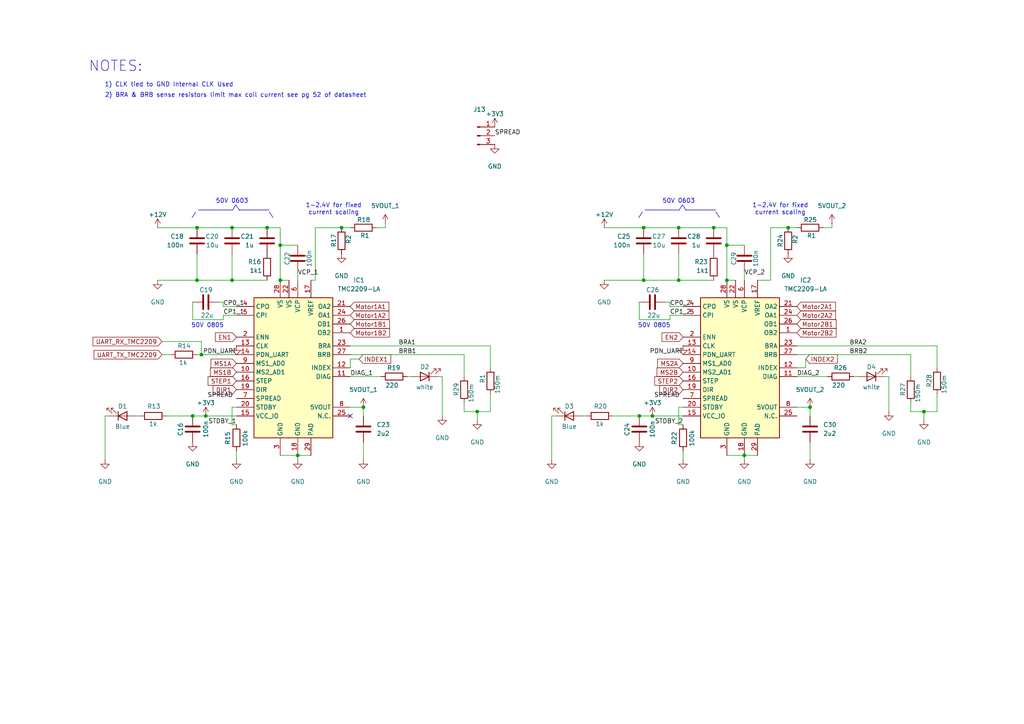
<source format=kicad_sch>
(kicad_sch (version 20231120) (generator "eeschema") (generator_version "8.0")
  (paper "A4")
  (lib_symbols
    (symbol "+12V_1" (power) (pin_numbers hide) (pin_names (offset 0) hide)
      (property "Value" "+12V" (at 0 3.556 0))
      (symbol "+12V_1_0_1"
        (polyline (pts (xy -0.762 1.27) (xy 0 2.54)))
        (polyline (pts (xy 0 0) (xy 0 2.54)))
        (polyline (pts (xy 0 2.54) (xy 0.762 1.27)))
      )
      (symbol "+12V_1_1_1"
        (pin power_in line (at 0 0 90) (length 0) (name "~") (number "1"))
      )
    )
    (symbol "+3V3_3" (power) (pin_numbers hide) (pin_names (offset 0) hide)
      (property "Value" "+3V3" (at 0 3.556 0))
      (symbol "+3V3_3_0_1"
        (polyline (pts (xy -0.762 1.27) (xy 0 2.54)))
        (polyline (pts (xy 0 0) (xy 0 2.54)))
        (polyline (pts (xy 0 2.54) (xy 0.762 1.27)))
      )
      (symbol "+3V3_3_1_1"
        (pin power_in line (at 0 0 90) (length 0) (name "~") (number "1"))
      )
    )
    (symbol "Connector:Conn_01x03_Pin" (pin_names (offset 1.016) hide)
      (property "Reference" "J" (at 0 5.08 0))
      (property "Value" "Conn_01x03_Pin" (at 0 -5.08 0))
      (symbol "Conn_01x03_Pin_1_1"
        (polyline (pts (xy 1.27 -2.54) (xy 0.8636 -2.54)) (stroke (width 0.1524)))
        (polyline (pts (xy 1.27 0) (xy 0.8636 0)) (stroke (width 0.1524)))
        (polyline (pts (xy 1.27 2.54) (xy 0.8636 2.54)) (stroke (width 0.1524)))
        (rectangle (start 0.8636 -2.413) (end 0 -2.667) (stroke (width 0.1524)) (fill (type outline)))
        (rectangle (start 0.8636 0.127) (end 0 -0.127) (stroke (width 0.1524)) (fill (type outline)))
        (rectangle (start 0.8636 2.667) (end 0 2.413) (stroke (width 0.1524)) (fill (type outline)))
        (pin passive line (at 5.08 2.54 180) (length 3.81) (name "Pin_1") (number "1"))
        (pin passive line (at 5.08 0 180) (length 3.81) (name "Pin_2") (number "2"))
        (pin passive line (at 5.08 -2.54 180) (length 3.81) (name "Pin_3") (number "3"))
      )
    )
    (symbol "Device:C" (pin_numbers hide) (pin_names (offset 0.254))
      (property "Reference" "C" (at 0.635 2.54 0))
      (property "Value" "C" (at 0.635 -2.54 0))
      (symbol "C_0_1"
        (polyline (pts (xy -2.032 -0.762) (xy 2.032 -0.762)) (stroke (width 0.508)))
        (polyline (pts (xy -2.032 0.762) (xy 2.032 0.762)) (stroke (width 0.508)))
      )
      (symbol "C_1_1"
        (pin passive line (at 0 3.81 270) (length 2.794) (name "~") (number "1"))
        (pin passive line (at 0 -3.81 90) (length 2.794) (name "~") (number "2"))
      )
    )
    (symbol "Device:LED" (pin_numbers hide) (pin_names (offset 1.016) hide)
      (property "Reference" "D" (at 0 2.54 0))
      (property "Value" "LED" (at 0 -2.54 0))
      (symbol "LED_0_1"
        (polyline (pts (xy -1.27 -1.27) (xy -1.27 1.27)) (stroke (width 0.254)))
        (polyline (pts (xy -1.27 0) (xy 1.27 0)))
        (polyline (pts (xy 1.27 -1.27) (xy 1.27 1.27) (xy -1.27 0) (xy 1.27 -1.27)) (stroke (width 0.254)))
        (polyline (pts (xy -3.048 -0.762) (xy -4.572 -2.286) (xy -3.81 -2.286) (xy -4.572 -2.286) (xy -4.572 -1.524)))
        (polyline (pts (xy -1.778 -0.762) (xy -3.302 -2.286) (xy -2.54 -2.286) (xy -3.302 -2.286) (xy -3.302 -1.524)))
      )
      (symbol "LED_1_1"
        (pin passive line (at -3.81 0 0) (length 2.54) (name "K") (number "1"))
        (pin passive line (at 3.81 0 180) (length 2.54) (name "A") (number "2"))
      )
    )
    (symbol "Device:R" (pin_numbers hide) (pin_names (offset 0))
      (property "Reference" "R" (at 2.032 0 90))
      (property "Value" "R" (at 0 0 90))
      (symbol "R_0_1"
        (rectangle (start -1.016 -2.54) (end 1.016 2.54) (stroke (width 0.254)))
      )
      (symbol "R_1_1"
        (pin passive line (at 0 3.81 270) (length 1.27) (name "~") (number "1"))
        (pin passive line (at 0 -3.81 90) (length 1.27) (name "~") (number "2"))
      )
    )
    (symbol "GND_10" (power) (pin_numbers hide) (pin_names (offset 0) hide)
      (property "Value" "GND" (at 0 -3.81 0))
      (symbol "GND_10_0_1"
        (polyline (pts (xy 0 0) (xy 0 -1.27) (xy 1.27 -1.27) (xy 0 -2.54) (xy -1.27 -1.27) (xy 0 -1.27)))
      )
      (symbol "GND_10_1_1"
        (pin power_in line (at 0 0 270) (length 0) (name "~") (number "1"))
      )
    )
    (symbol "GND_11" (power) (pin_numbers hide) (pin_names (offset 0) hide)
      (property "Value" "GND" (at 0 -3.81 0))
      (symbol "GND_11_0_1"
        (polyline (pts (xy 0 0) (xy 0 -1.27) (xy 1.27 -1.27) (xy 0 -2.54) (xy -1.27 -1.27) (xy 0 -1.27)))
      )
      (symbol "GND_11_1_1"
        (pin power_in line (at 0 0 270) (length 0) (name "~") (number "1"))
      )
    )
    (symbol "GND_12" (power) (pin_numbers hide) (pin_names (offset 0) hide)
      (property "Value" "GND" (at 0 -3.81 0))
      (symbol "GND_12_0_1"
        (polyline (pts (xy 0 0) (xy 0 -1.27) (xy 1.27 -1.27) (xy 0 -2.54) (xy -1.27 -1.27) (xy 0 -1.27)))
      )
      (symbol "GND_12_1_1"
        (pin power_in line (at 0 0 270) (length 0) (name "~") (number "1"))
      )
    )
    (symbol "GND_9" (power) (pin_numbers hide) (pin_names (offset 0) hide)
      (property "Value" "GND" (at 0 -3.81 0))
      (symbol "GND_9_0_1"
        (polyline (pts (xy 0 0) (xy 0 -1.27) (xy 1.27 -1.27) (xy 0 -2.54) (xy -1.27 -1.27) (xy 0 -1.27)))
      )
      (symbol "GND_9_1_1"
        (pin power_in line (at 0 0 270) (length 0) (name "~") (number "1"))
      )
    )
    (symbol "TMC2209-LA:TMC2209-LA"
      (property "Reference" "IC1" (at 35.56 15.24 0))
      (property "Value" "TMC2209-LA" (at 35.56 12.7 0))
      (symbol "TMC2209-LA_1_1"
        (rectangle (start 5.08 10.16) (end 27.94 -30.48) (stroke (width 0.254)) (fill (type background)))
        (pin passive line (at 33.02 0 180) (length 5.08) (name "OB2") (number "1"))
        (pin passive line (at 0 -11.43 0) (length 5.08) (name "MS2_AD1") (number "10"))
        (pin passive line (at 33.02 -12.7 180) (length 5.08) (name "DIAG") (number "11"))
        (pin passive line (at 33.02 -10.16 180) (length 5.08) (name "INDEX") (number "12"))
        (pin passive line (at 0 -3.81 0) (length 5.08) (name "CLK") (number "13"))
        (pin passive line (at 0 -6.35 0) (length 5.08) (name "PDN_UART") (number "14"))
        (pin passive line (at 0 -24.13 0) (length 5.08) (name "VCC_IO") (number "15"))
        (pin passive line (at 0 -13.97 0) (length 5.08) (name "STEP") (number "16"))
        (pin passive line (at 21.59 15.24 270) (length 5.08) (name "VREF") (number "17"))
        (pin passive line (at 17.78 -35.56 90) (length 5.08) (name "GND") (number "18"))
        (pin passive line (at 0 -16.51 0) (length 5.08) (name "DIR") (number "19"))
        (pin passive line (at 0 -1.27 0) (length 5.08) (name "ENN") (number "2"))
        (pin passive line (at 0 -21.59 0) (length 5.08) (name "STDBY") (number "20"))
        (pin passive line (at 33.02 7.62 180) (length 5.08) (name "OA2") (number "21"))
        (pin passive line (at 15.24 15.24 270) (length 5.08) (name "VS") (number "22"))
        (pin passive line (at 33.02 -3.81 180) (length 5.08) (name "BRA") (number "23"))
        (pin passive line (at 33.02 5.08 180) (length 5.08) (name "OA1") (number "24"))
        (pin passive line (at 33.02 -24.13 180) (length 5.08) (name "N.C.") (number "25"))
        (pin passive line (at 33.02 2.54 180) (length 5.08) (name "OB1") (number "26"))
        (pin passive line (at 33.02 -6.35 180) (length 5.08) (name "BRB") (number "27"))
        (pin passive line (at 12.7 15.24 270) (length 5.08) (name "VS") (number "28"))
        (pin passive line (at 21.59 -35.56 90) (length 5.08) (name "PAD") (number "29"))
        (pin passive line (at 12.7 -35.56 90) (length 5.08) (name "GND") (number "3"))
        (pin passive line (at 0 7.62 0) (length 5.08) (name "CPO") (number "4"))
        (pin passive line (at 0 5.08 0) (length 5.08) (name "CPI") (number "5"))
        (pin passive line (at 17.78 15.24 270) (length 5.08) (name "VCP") (number "6"))
        (pin passive line (at 0 -19.05 0) (length 5.08) (name "SPREAD") (number "7"))
        (pin passive line (at 33.02 -21.59 180) (length 5.08) (name "5VOUT") (number "8"))
        (pin passive line (at 0 -8.89 0) (length 5.08) (name "MS1_AD0") (number "9"))
      )
    )
  )
  (junction (at 55.88 120.65))
  (junction (at 189.23 120.65))
  (junction (at 196.85 66.04))
  (junction (at 186.69 81.28))
  (junction (at 228.6 66.04))
  (junction (at 86.36 132.08))
  (junction (at 207.01 66.04))
  (junction (at 81.28 71.12))
  (junction (at 185.42 120.65))
  (junction (at 99.06 66.04))
  (junction (at 105.41 118.11))
  (junction (at 196.85 81.28))
  (junction (at 186.69 66.04))
  (junction (at 81.28 81.28))
  (junction (at 267.97 119.38))
  (junction (at 210.82 71.12))
  (junction (at 138.43 119.38))
  (junction (at 67.31 66.04))
  (junction (at 234.95 118.11))
  (junction (at 210.82 81.28))
  (junction (at 57.15 66.04))
  (junction (at 77.47 66.04))
  (junction (at 215.9 132.08))
  (junction (at 67.31 81.28))
  (junction (at 59.69 120.65))
  (junction (at 58.42 102.87))
  (junction (at 57.15 81.28))
  (no_connect (at 101.6 120.65))
  (wire (pts (xy 228.6 66.04) (xy 231.14 66.04)))
  (wire (pts (xy 215.9 132.08) (xy 219.71 132.08)))
  (wire (pts (xy 101.6 109.22) (xy 110.49 109.22)))
  (wire (pts (xy 64.77 87.63) (xy 64.77 88.9)))
  (wire (pts (xy 194.31 87.63) (xy 194.31 88.9)))
  (wire (pts (xy 223.52 66.04) (xy 228.6 66.04)))
  (wire (pts (xy 91.44 81.28) (xy 90.17 81.28)))
  (wire (pts (xy 59.69 120.65) (xy 68.58 120.65)))
  (wire (pts (xy 234.95 128.27) (xy 234.95 133.35)))
  (wire (pts (xy 101.6 102.87) (xy 134.62 102.87)))
  (wire (pts (xy 271.78 100.33) (xy 271.78 106.68)))
  (wire (pts (xy 247.65 109.22) (xy 248.92 109.22)))
  (wire (pts (xy 67.31 66.04) (xy 77.47 66.04)))
  (wire (pts (xy 39.37 120.65) (xy 40.64 120.65)))
  (wire (pts (xy 271.78 119.38) (xy 271.78 114.3)))
  (wire (pts (xy 111.76 66.04) (xy 111.76 64.77)))
  (wire (pts (xy 55.88 120.65) (xy 59.69 120.65)))
  (wire (pts (xy 196.85 73.66) (xy 196.85 81.28)))
  (wire (pts (xy 264.16 102.87) (xy 264.16 109.22)))
  (wire (pts (xy 45.72 66.04) (xy 57.15 66.04)))
  (wire (pts (xy 142.24 100.33) (xy 142.24 106.68)))
  (wire (pts (xy 185.42 87.63) (xy 185.42 92.71)))
  (wire (pts (xy 45.72 81.28) (xy 57.15 81.28)))
  (wire (pts (xy 58.42 102.87) (xy 58.42 99.06)))
  (wire (pts (xy 134.62 102.87) (xy 134.62 109.22)))
  (wire (pts (xy 194.31 88.9) (xy 198.12 88.9)))
  (wire (pts (xy 101.6 118.11) (xy 105.41 118.11)))
  (wire (pts (xy 67.31 81.28) (xy 77.47 81.28)))
  (wire (pts (xy 55.88 87.63) (xy 55.88 92.71)))
  (wire (pts (xy 160.02 120.65) (xy 160.02 133.35)))
  (wire (pts (xy 64.77 92.71) (xy 64.77 91.44)))
  (wire (pts (xy 238.76 66.04) (xy 241.3 66.04)))
  (wire (pts (xy 189.23 120.65) (xy 198.12 120.65)))
  (wire (pts (xy 81.28 71.12) (xy 81.28 66.04)))
  (wire (pts (xy 196.85 66.04) (xy 207.01 66.04)))
  (wire (pts (xy 109.22 66.04) (xy 111.76 66.04)))
  (wire (pts (xy 91.44 66.04) (xy 91.44 81.28)))
  (wire (pts (xy 194.31 92.71) (xy 194.31 91.44)))
  (wire (pts (xy 210.82 71.12) (xy 210.82 66.04)))
  (wire (pts (xy 138.43 119.38) (xy 142.24 119.38)))
  (wire (pts (xy 210.82 81.28) (xy 213.36 81.28)))
  (wire (pts (xy 67.31 123.19) (xy 67.31 118.11)))
  (wire (pts (xy 57.15 66.04) (xy 67.31 66.04)))
  (wire (pts (xy 210.82 71.12) (xy 215.9 71.12)))
  (wire (pts (xy 58.42 102.87) (xy 68.58 102.87)))
  (wire (pts (xy 231.14 102.87) (xy 264.16 102.87)))
  (wire (pts (xy 138.43 121.92) (xy 138.43 119.38)))
  (wire (pts (xy 86.36 132.08) (xy 90.17 132.08)))
  (wire (pts (xy 101.6 100.33) (xy 142.24 100.33)))
  (wire (pts (xy 215.9 132.08) (xy 215.9 133.35)))
  (wire (pts (xy 233.68 104.14) (xy 233.68 106.68)))
  (wire (pts (xy 128.27 109.22) (xy 128.27 120.65)))
  (wire (pts (xy 256.54 109.22) (xy 257.81 109.22)))
  (wire (pts (xy 142.24 119.38) (xy 142.24 114.3)))
  (wire (pts (xy 177.8 120.65) (xy 185.42 120.65)))
  (wire (pts (xy 196.85 118.11) (xy 198.12 118.11)))
  (wire (pts (xy 30.48 120.65) (xy 30.48 133.35)))
  (wire (pts (xy 231.14 100.33) (xy 271.78 100.33)))
  (wire (pts (xy 118.11 109.22) (xy 119.38 109.22)))
  (wire (pts (xy 46.99 102.87) (xy 49.53 102.87)))
  (wire (pts (xy 194.31 91.44) (xy 198.12 91.44)))
  (wire (pts (xy 57.15 73.66) (xy 57.15 81.28)))
  (wire (pts (xy 241.3 66.04) (xy 241.3 64.77)))
  (wire (pts (xy 196.85 118.11) (xy 196.85 123.19)))
  (wire (pts (xy 68.58 123.19) (xy 67.31 123.19)))
  (wire (pts (xy 231.14 109.22) (xy 240.03 109.22)))
  (wire (pts (xy 63.5 87.63) (xy 64.77 87.63)))
  (wire (pts (xy 264.16 119.38) (xy 267.97 119.38)))
  (wire (pts (xy 127 109.22) (xy 128.27 109.22)))
  (wire (pts (xy 186.69 73.66) (xy 186.69 81.28)))
  (wire (pts (xy 55.88 92.71) (xy 64.77 92.71)))
  (wire (pts (xy 134.62 116.84) (xy 134.62 119.38)))
  (wire (pts (xy 210.82 71.12) (xy 210.82 81.28)))
  (wire (pts (xy 175.26 81.28) (xy 186.69 81.28)))
  (wire (pts (xy 81.28 132.08) (xy 86.36 132.08)))
  (wire (pts (xy 196.85 123.19) (xy 198.12 123.19)))
  (wire (pts (xy 101.6 104.14) (xy 101.6 106.68)))
  (wire (pts (xy 105.41 128.27) (xy 105.41 133.35)))
  (wire (pts (xy 99.06 66.04) (xy 101.6 66.04)))
  (wire (pts (xy 210.82 66.04) (xy 207.01 66.04)))
  (wire (pts (xy 67.31 118.11) (xy 68.58 118.11)))
  (wire (pts (xy 31.75 120.65) (xy 30.48 120.65)))
  (wire (pts (xy 48.26 120.65) (xy 55.88 120.65)))
  (wire (pts (xy 81.28 81.28) (xy 83.82 81.28)))
  (wire (pts (xy 215.9 81.28) (xy 215.9 78.74)))
  (wire (pts (xy 81.28 66.04) (xy 77.47 66.04)))
  (wire (pts (xy 219.71 81.28) (xy 223.52 81.28)))
  (wire (pts (xy 81.28 71.12) (xy 81.28 81.28)))
  (wire (pts (xy 186.69 81.28) (xy 196.85 81.28)))
  (wire (pts (xy 46.99 99.06) (xy 58.42 99.06)))
  (wire (pts (xy 105.41 120.65) (xy 105.41 118.11)))
  (wire (pts (xy 64.77 88.9) (xy 68.58 88.9)))
  (wire (pts (xy 193.04 87.63) (xy 194.31 87.63)))
  (wire (pts (xy 257.81 109.22) (xy 257.81 119.38)))
  (wire (pts (xy 210.82 132.08) (xy 215.9 132.08)))
  (wire (pts (xy 185.42 120.65) (xy 189.23 120.65)))
  (wire (pts (xy 64.77 91.44) (xy 68.58 91.44)))
  (wire (pts (xy 264.16 116.84) (xy 264.16 119.38)))
  (wire (pts (xy 91.44 66.04) (xy 99.06 66.04)))
  (wire (pts (xy 185.42 92.71) (xy 194.31 92.71)))
  (wire (pts (xy 81.28 71.12) (xy 86.36 71.12)))
  (wire (pts (xy 161.29 120.65) (xy 160.02 120.65)))
  (wire (pts (xy 267.97 119.38) (xy 271.78 119.38)))
  (wire (pts (xy 104.14 104.14) (xy 101.6 104.14)))
  (wire (pts (xy 223.52 66.04) (xy 223.52 81.28)))
  (wire (pts (xy 234.95 120.65) (xy 234.95 118.11)))
  (wire (pts (xy 198.12 130.81) (xy 198.12 133.35)))
  (wire (pts (xy 67.31 73.66) (xy 67.31 81.28)))
  (wire (pts (xy 86.36 81.28) (xy 86.36 78.74)))
  (wire (pts (xy 168.91 120.65) (xy 170.18 120.65)))
  (wire (pts (xy 134.62 119.38) (xy 138.43 119.38)))
  (wire (pts (xy 233.68 106.68) (xy 231.14 106.68)))
  (wire (pts (xy 68.58 130.81) (xy 68.58 133.35)))
  (wire (pts (xy 86.36 132.08) (xy 86.36 133.35)))
  (wire (pts (xy 231.14 118.11) (xy 234.95 118.11)))
  (wire (pts (xy 267.97 121.92) (xy 267.97 119.38)))
  (wire (pts (xy 57.15 81.28) (xy 67.31 81.28)))
  (wire (pts (xy 57.15 102.87) (xy 58.42 102.87)))
  (wire (pts (xy 175.26 66.04) (xy 186.69 66.04)))
  (wire (pts (xy 196.85 81.28) (xy 207.01 81.28)))
  (wire (pts (xy 186.69 66.04) (xy 196.85 66.04)))
  (text "1-2.4V for fixed\ncurrent scaling\n\n" (at 96.774 61.722 0) (effects (font (size 1.27 1.27))))
  (text "2) BRA & BRB sense resistors limit max coil current see pg 52 of datasheet" (at 68.326 27.686 0) (effects (font (size 1.27 1.27))))
  (text "50V 0603\n __________/\\_________\n/                      \\" (at 67.31 60.452 0) (effects (font (size 1.27 1.27))))
  (text "50V 0603\n __________/\\_________\n/                      \\" (at 196.85 60.452 0) (effects (font (size 1.27 1.27))))
  (text "50V 0805\n\n" (at 189.738 95.504 0) (effects (font (size 1.27 1.27))))
  (text "NOTES:" (at 33.528 19.304 0) (effects (font (size 3 3))))
  (text "1) CLK tied to GND Internal CLK Used\n" (at 49.022 24.638 0) (effects (font (size 1.27 1.27))))
  (text "50V 0805\n\n" (at 60.198 95.504 0) (effects (font (size 1.27 1.27))))
  (text "1-2.4V for fixed\ncurrent scaling\n\n" (at 226.314 61.722 0) (effects (font (size 1.27 1.27))))
  (label "BRB2" (at 246.38 102.87 0))
  (label "DIAG_1" (at 101.6 109.22 0))
  (label "CP1_2" (at 194.31 91.44 0))
  (label "PDN_UART" (at 198.12 102.87 180))
  (label "BRB1" (at 115.57 102.87 0))
  (label "VCP_2" (at 215.9 80.01 0))
  (label "STDBY_1" (at 68.58 123.19 180))
  (label "STDBY_2" (at 198.12 123.19 180))
  (label "SPREAD " (at 198.12 115.57 180))
  (label "SPREAD " (at 143.51 39.37 0))
  (label "PDN_UART" (at 68.58 102.87 180))
  (label "BRA1" (at 115.57 100.33 0))
  (label "CP0_2" (at 194.31 88.9 0))
  (label "DIAG_2" (at 231.14 109.22 0))
  (label "VCP_1" (at 86.36 80.01 0))
  (label "CP1_1" (at 64.77 91.44 0))
  (label "CP0_1" (at 64.77 88.9 0))
  (label "SPREAD " (at 68.58 115.57 180))
  (label "BRA2" (at 246.38 100.33 0))
  (global_label "DIR2" (shape input) (at 198.12 113.03 180) (property "Intersheetrefs" "${INTERSHEET_REFS}" (effects (hide yes))))
  (global_label "Motor1B1" (shape input) (at 101.6 93.98 0) (property "Intersheetrefs" "${INTERSHEET_REFS}" (effects (hide yes))))
  (global_label "EN2" (shape input) (at 198.12 97.79 180) (property "Intersheetrefs" "${INTERSHEET_REFS}" (effects (hide yes))))
  (global_label "MS2A" (shape input) (at 198.12 105.41 180) (property "Intersheetrefs" "${INTERSHEET_REFS}" (effects (hide yes))))
  (global_label "Motor1A1" (shape input) (at 101.6 88.9 0) (property "Intersheetrefs" "${INTERSHEET_REFS}" (effects (hide yes))))
  (global_label "UART_TX_TMC2209" (shape input) (at 46.99 102.87 180) (property "Intersheetrefs" "${INTERSHEET_REFS}" (effects (hide yes))))
  (global_label "Motor1B2" (shape input) (at 101.6 96.52 0) (property "Intersheetrefs" "${INTERSHEET_REFS}" (effects (hide yes))))
  (global_label "INDEX1" (shape input) (at 104.14 104.14 0) (property "Intersheetrefs" "${INTERSHEET_REFS}" (effects (hide yes))))
  (global_label "MS1B" (shape input) (at 68.58 107.95 180) (property "Intersheetrefs" "${INTERSHEET_REFS}" (effects (hide yes))))
  (global_label "Motor2B2" (shape input) (at 231.14 96.52 0) (property "Intersheetrefs" "${INTERSHEET_REFS}" (effects (hide yes))))
  (global_label "Motor2A1" (shape input) (at 231.14 88.9 0) (property "Intersheetrefs" "${INTERSHEET_REFS}" (effects (hide yes))))
  (global_label "MS1A" (shape input) (at 68.58 105.41 180) (property "Intersheetrefs" "${INTERSHEET_REFS}" (effects (hide yes))))
  (global_label "STEP2" (shape input) (at 198.12 110.49 180) (property "Intersheetrefs" "${INTERSHEET_REFS}" (effects (hide yes))))
  (global_label "UART_RX_TMC2209" (shape input) (at 46.99 99.06 180) (property "Intersheetrefs" "${INTERSHEET_REFS}" (effects (hide yes))))
  (global_label "Motor1A2" (shape input) (at 101.6 91.44 0) (property "Intersheetrefs" "${INTERSHEET_REFS}" (effects (hide yes))))
  (global_label "STEP1" (shape input) (at 68.58 110.49 180) (property "Intersheetrefs" "${INTERSHEET_REFS}" (effects (hide yes))))
  (global_label "Motor2B1" (shape input) (at 231.14 93.98 0) (property "Intersheetrefs" "${INTERSHEET_REFS}" (effects (hide yes))))
  (global_label "EN1" (shape input) (at 68.58 97.79 180) (property "Intersheetrefs" "${INTERSHEET_REFS}" (effects (hide yes))))
  (global_label "MS2B" (shape input) (at 198.12 107.95 180) (property "Intersheetrefs" "${INTERSHEET_REFS}" (effects (hide yes))))
  (global_label "Motor2A2" (shape input) (at 231.14 91.44 0) (property "Intersheetrefs" "${INTERSHEET_REFS}" (effects (hide yes))))
  (global_label "DIR1" (shape input) (at 68.58 113.03 180) (property "Intersheetrefs" "${INTERSHEET_REFS}" (effects (hide yes))))
  (global_label "INDEX2" (shape input) (at 233.68 104.14 0) (property "Intersheetrefs" "${INTERSHEET_REFS}" (effects (hide yes))))
  (symbol (lib_id "Device:C") (at 207.01 69.85 0) (mirror y) (unit 1)
    (property "Reference" "C28" (at 203.2 68.5799 0) (effects (justify left)))
    (property "Value" "1u" (at 203.2 71.1199 0) (effects (justify left)))
    (property "Footprint" "Capacitor_SMD:C_0603_1608Metric" (effects (hide yes)))
    (property "Description" "50V" (effects (hide yes)))
  )
  (symbol (lib_name "+3V3_3") (lib_id "power:+3V3") (at 241.3 64.77 0) (unit 1)
    (property "Reference" "#PWR085" (effects (hide yes)))
    (property "Value" "5VOUT_2" (at 241.3 59.69 0))
    (property "Description" "Power symbol creates a global label with name \"+3V3\"" (effects (hide yes)))
  )
  (symbol (lib_id "Device:LED") (at 35.56 120.65 0) (mirror x) (unit 1)
    (property "Reference" "D1" (at 35.56 117.856 0))
    (property "Value" "Blue" (at 35.56 123.698 0))
    (property "Footprint" "LED_SMD:LED_0603_1608Metric" (effects (hide yes)))
    (property "Description" "Light emitting diode" (effects (hide yes)))
  )
  (symbol (lib_name "GND_9") (lib_id "power:GND") (at 45.72 81.28 0) (unit 1)
    (property "Reference" "#PWR065" (effects (hide yes)))
    (property "Value" "GND" (at 45.72 87.63 0))
    (property "Description" "Power symbol creates a global label with name \"GND\" , ground" (effects (hide yes)))
  )
  (symbol (lib_id "Device:C") (at 185.42 124.46 0) (mirror y) (unit 1)
    (property "Reference" "C24" (at 181.864 126.492 90) (effects (justify left)))
    (property "Value" "100n" (at 189.23 127 90) (effects (justify left)))
    (property "Footprint" "Capacitor_SMD:C_0603_1608Metric" (effects (hide yes)))
    (property "Description" "50V" (effects (hide yes)))
  )
  (symbol (lib_name "GND_12") (lib_id "power:GND") (at 128.27 120.65 0) (unit 1)
    (property "Reference" "#PWR074" (effects (hide yes)))
    (property "Value" "GND" (at 128.27 127 0))
    (property "Description" "Power symbol creates a global label with name \"GND\" , ground" (effects (hide yes)))
  )
  (symbol (lib_name "GND_11") (lib_id "power:GND") (at 185.42 128.27 0) (unit 1)
    (property "Reference" "#PWR078" (effects (hide yes)))
    (property "Value" "GND" (at 185.42 134.62 0))
    (property "Description" "Power symbol creates a global label with name \"GND\" , ground" (effects (hide yes)))
  )
  (symbol (lib_id "TMC2209-LA:TMC2209-LA") (at 68.58 96.52 0) (unit 1)
    (property "Reference" "IC1" (at 104.14 81.28 0))
    (property "Value" "TMC2209-LA" (at 104.14 83.82 0))
    (property "Footprint" "TMC2209-LA:QFN50P500X500X90-29N" (effects (hide yes)))
    (property "Datasheet" "https://www.analog.com/media/en/technical-documentation/data-sheets/TMC2209_datasheet_rev1.09.pdf" (effects (hide yes)))
    (property "Description" "Silent stepper motor driver 5 to 36V, up to 1.4A with S/D and UART Interface, 256 Steps, SpreadCycle and Stealthchop2" (effects (hide yes)))
    (property "Height" "0.9" (effects (hide yes)))
    (property "Manufacturer_Name" "Analog Devices" (effects (hide yes)))
    (property "Manufacturer_Part_Number" "TMC2209-LA" (effects (hide yes)))
    (property "Mouser Part Number" "700-TMC2209-LA" (effects (hide yes)))
    (property "Mouser Price/Stock" "https://www.mouser.co.uk/ProductDetail/ADI-Trinamic/TMC2209-LA?qs=TiOZkKH1s2QqRRreEQH08w%3D%3D" (effects (hide yes)))
    (property "Arrow Part Number" "TMC2209-LA" (effects (hide yes)))
    (property "Arrow Price/Stock" "null?region=asia" (effects (hide yes)))
  )
  (symbol (lib_name "GND_10") (lib_id "power:GND") (at 228.6 73.66 0) (unit 1)
    (property "Reference" "#PWR082" (effects (hide yes)))
    (property "Value" "GND" (at 228.6 80.01 0))
    (property "Description" "Power symbol creates a global label with name \"GND\" , ground" (effects (hide yes)))
  )
  (symbol (lib_id "Device:R") (at 243.84 109.22 270) (unit 1)
    (property "Reference" "R26" (at 241.808 106.68 90) (effects (justify left)))
    (property "Value" "220" (at 241.3 111.76 90) (effects (justify left)))
    (property "Footprint" "Resistor_SMD:R_0603_1608Metric" (effects (hide yes)))
    (property "Description" "Resistor" (effects (hide yes)))
  )
  (symbol (lib_id "Device:R") (at 207.01 77.47 0) (unit 1)
    (property "Reference" "R23" (at 201.422 75.946 0) (effects (justify left)))
    (property "Value" "1k1" (at 201.93 78.486 0) (effects (justify left)))
    (property "Footprint" "Resistor_SMD:R_0603_1608Metric" (effects (hide yes)))
    (property "Description" "Resistor" (effects (hide yes)))
  )
  (symbol (lib_id "Device:R") (at 264.16 113.03 0) (mirror x) (unit 1)
    (property "Reference" "R27" (at 261.874 110.998 90) (effects (justify left)))
    (property "Value" "150m" (at 266.192 111.252 90) (effects (justify left)))
    (property "Footprint" "Resistor_SMD:R_1206_3216Metric" (effects (hide yes)))
    (property "Description" "Resistor" (effects (hide yes)))
  )
  (symbol (lib_id "Connector:Conn_01x03_Pin") (at 138.43 39.37 0) (unit 1)
    (property "Reference" "J13" (at 139.065 31.75 0))
    (property "Value" "Conn_01x03_Pin" (effects (hide yes)))
    (property "Footprint" "Jumper:SolderJumper-3_P1.3mm_Open_Pad1.0x1.5mm" (effects (hide yes)))
    (property "Description" "Generic connector, single row, 01x03, script generated" (effects (hide yes)))
  )
  (symbol (lib_name "GND_9") (lib_id "power:GND") (at 68.58 100.33 0) (unit 1)
    (property "Reference" "#PWR014" (effects (hide yes)))
    (property "Value" "GND" (effects (hide yes)))
    (property "Description" "Power symbol creates a global label with name \"GND\" , ground" (effects (hide yes)))
  )
  (symbol (lib_id "Device:C") (at 186.69 69.85 0) (mirror y) (unit 1)
    (property "Reference" "C25" (at 182.88 68.5799 0) (effects (justify left)))
    (property "Value" "100n" (at 182.88 71.1199 0) (effects (justify left)))
    (property "Footprint" "Capacitor_SMD:C_0603_1608Metric" (effects (hide yes)))
    (property "Description" "50V" (effects (hide yes)))
  )
  (symbol (lib_id "Device:C") (at 189.23 87.63 90) (mirror x) (unit 1)
    (property "Reference" "C26" (at 191.262 84.074 90) (effects (justify left)))
    (property "Value" "22u" (at 191.516 91.44 90) (effects (justify left)))
    (property "Footprint" "Capacitor_SMD:C_0603_1608Metric" (effects (hide yes)))
    (property "Description" "50V" (effects (hide yes)))
  )
  (symbol (lib_id "Device:R") (at 173.99 120.65 270) (unit 1)
    (property "Reference" "R20" (at 172.212 117.856 90) (effects (justify left)))
    (property "Value" "1k" (at 172.72 122.936 90) (effects (justify left)))
    (property "Footprint" "Resistor_SMD:R_0603_1608Metric" (effects (hide yes)))
    (property "Description" "Resistor" (effects (hide yes)))
  )
  (symbol (lib_name "+3V3_3") (lib_id "power:+3V3") (at 189.23 120.65 0) (unit 1)
    (property "Reference" "#PWR079" (effects (hide yes)))
    (property "Value" "+3V3" (at 189.23 116.84 0))
    (property "Description" "Power symbol creates a global label with name \"+3V3\"" (effects (hide yes)))
  )
  (symbol (lib_name "GND_12") (lib_id "power:GND") (at 257.81 119.38 0) (unit 1)
    (property "Reference" "#PWR024" (effects (hide yes)))
    (property "Value" "GND" (at 257.81 125.73 0))
    (property "Description" "Power symbol creates a global label with name \"GND\" , ground" (effects (hide yes)))
  )
  (symbol (lib_name "+3V3_3") (lib_id "power:+3V3") (at 111.76 64.77 0) (unit 1)
    (property "Reference" "#PWR073" (effects (hide yes)))
    (property "Value" "5VOUT_1" (at 111.76 59.69 0))
    (property "Description" "Power symbol creates a global label with name \"+3V3\"" (effects (hide yes)))
  )
  (symbol (lib_id "Device:C") (at 105.41 124.46 0) (unit 1)
    (property "Reference" "C23" (at 109.22 123.1899 0) (effects (justify left)))
    (property "Value" "2u2" (at 109.22 125.7299 0) (effects (justify left)))
    (property "Footprint" "Capacitor_SMD:C_0603_1608Metric" (effects (hide yes)))
    (property "Description" "16V" (effects (hide yes)))
  )
  (symbol (lib_name "GND_11") (lib_id "power:GND") (at 55.88 128.27 0) (unit 1)
    (property "Reference" "#PWR066" (effects (hide yes)))
    (property "Value" "GND" (at 55.88 134.62 0))
    (property "Description" "Power symbol creates a global label with name \"GND\" , ground" (effects (hide yes)))
  )
  (symbol (lib_id "Device:R") (at 134.62 113.03 0) (mirror x) (unit 1)
    (property "Reference" "R29" (at 132.334 110.998 90) (effects (justify left)))
    (property "Value" "150m" (at 136.652 111.252 90) (effects (justify left)))
    (property "Footprint" "Resistor_SMD:R_1206_3216Metric" (effects (hide yes)))
    (property "Description" "Resistor" (effects (hide yes)))
  )
  (symbol (lib_id "Device:C") (at 57.15 69.85 0) (mirror y) (unit 1)
    (property "Reference" "C18" (at 53.34 68.5799 0) (effects (justify left)))
    (property "Value" "100n" (at 53.34 71.1199 0) (effects (justify left)))
    (property "Footprint" "Capacitor_SMD:C_0603_1608Metric" (effects (hide yes)))
    (property "Description" "50V" (effects (hide yes)))
  )
  (symbol (lib_name "+3V3_3") (lib_id "power:+3V3") (at 59.69 120.65 0) (unit 1)
    (property "Reference" "#PWR02" (effects (hide yes)))
    (property "Value" "+3V3" (at 59.69 116.84 0))
    (property "Description" "Power symbol creates a global label with name \"+3V3\"" (effects (hide yes)))
  )
  (symbol (lib_id "Device:LED") (at 123.19 109.22 180) (unit 1)
    (property "Reference" "D2" (at 123.19 106.426 0))
    (property "Value" "white" (at 123.19 112.268 0))
    (property "Footprint" "LED_SMD:LED_0603_1608Metric" (effects (hide yes)))
    (property "Description" "Light emitting diode" (effects (hide yes)))
  )
  (symbol (lib_id "TMC2209-LA:TMC2209-LA") (at 198.12 96.52 0) (unit 1)
    (property "Reference" "IC2" (at 233.68 81.28 0))
    (property "Value" "TMC2209-LA" (at 233.68 83.82 0))
    (property "Footprint" "TMC2209-LA:QFN50P500X500X90-29N" (effects (hide yes)))
    (property "Datasheet" "https://www.analog.com/media/en/technical-documentation/data-sheets/TMC2209_datasheet_rev1.09.pdf" (effects (hide yes)))
    (property "Description" "Silent stepper motor driver 5 to 36V, up to 1.4A with S/D and UART Interface, 256 Steps, SpreadCycle and Stealthchop2" (effects (hide yes)))
    (property "Height" "0.9" (effects (hide yes)))
    (property "Manufacturer_Name" "Analog Devices" (effects (hide yes)))
    (property "Manufacturer_Part_Number" "TMC2209-LA" (effects (hide yes)))
    (property "Mouser Part Number" "700-TMC2209-LA" (effects (hide yes)))
    (property "Mouser Price/Stock" "https://www.mouser.co.uk/ProductDetail/ADI-Trinamic/TMC2209-LA?qs=TiOZkKH1s2QqRRreEQH08w%3D%3D" (effects (hide yes)))
    (property "Arrow Part Number" "TMC2209-LA" (effects (hide yes)))
    (property "Arrow Price/Stock" "null?region=asia" (effects (hide yes)))
  )
  (symbol (lib_name "GND_10") (lib_id "power:GND") (at 99.06 73.66 0) (unit 1)
    (property "Reference" "#PWR070" (effects (hide yes)))
    (property "Value" "GND" (at 99.06 80.01 0))
    (property "Description" "Power symbol creates a global label with name \"GND\" , ground" (effects (hide yes)))
  )
  (symbol (lib_id "Device:R") (at 68.58 127 0) (unit 1)
    (property "Reference" "R15" (at 66.04 129.032 90) (effects (justify left)))
    (property "Value" "100k" (at 71.12 129.54 90) (effects (justify left)))
    (property "Footprint" "Resistor_SMD:R_0603_1608Metric" (effects (hide yes)))
    (property "Description" "Resistor" (effects (hide yes)))
  )
  (symbol (lib_id "Device:R") (at 228.6 69.85 0) (mirror x) (unit 1)
    (property "Reference" "R24" (at 226.314 67.818 90) (effects (justify left)))
    (property "Value" "R2" (at 230.632 68.072 90) (effects (justify left)))
    (property "Footprint" "Resistor_SMD:R_0603_1608Metric" (effects (hide yes)))
    (property "Description" "Resistor" (effects (hide yes)))
  )
  (symbol (lib_name "GND_11") (lib_id "power:GND") (at 143.51 41.91 0) (unit 1)
    (property "Reference" "#PWR018" (effects (hide yes)))
    (property "Value" "GND" (at 143.51 48.26 0))
    (property "Description" "Power symbol creates a global label with name \"GND\" , ground" (effects (hide yes)))
  )
  (symbol (lib_name "GND_12") (lib_id "power:GND") (at 138.43 121.92 0) (unit 1)
    (property "Reference" "#PWR026" (effects (hide yes)))
    (property "Value" "GND" (at 138.43 128.27 0))
    (property "Description" "Power symbol creates a global label with name \"GND\" , ground" (effects (hide yes)))
  )
  (symbol (lib_name "+3V3_3") (lib_id "power:+3V3") (at 234.95 118.11 0) (unit 1)
    (property "Reference" "#PWR083" (effects (hide yes)))
    (property "Value" "5VOUT_2" (at 234.95 113.03 0))
    (property "Description" "Power symbol creates a global label with name \"+3V3\"" (effects (hide yes)))
  )
  (symbol (lib_name "GND_10") (lib_id "power:GND") (at 198.12 133.35 0) (unit 1)
    (property "Reference" "#PWR080" (effects (hide yes)))
    (property "Value" "GND" (at 198.12 139.7 0))
    (property "Description" "Power symbol creates a global label with name \"GND\" , ground" (effects (hide yes)))
  )
  (symbol (lib_name "+3V3_3") (lib_id "power:+3V3") (at 143.51 36.83 0) (unit 1)
    (property "Reference" "#PWR019" (effects (hide yes)))
    (property "Value" "+3V3" (at 143.51 33.02 0))
    (property "Description" "Power symbol creates a global label with name \"+3V3\"" (effects (hide yes)))
  )
  (symbol (lib_id "Device:C") (at 77.47 69.85 0) (mirror y) (unit 1)
    (property "Reference" "C21" (at 73.66 68.5799 0) (effects (justify left)))
    (property "Value" "1u" (at 73.66 71.1199 0) (effects (justify left)))
    (property "Footprint" "Capacitor_SMD:C_0603_1608Metric" (effects (hide yes)))
    (property "Description" "50V" (effects (hide yes)))
  )
  (symbol (lib_id "Device:C") (at 59.69 87.63 90) (mirror x) (unit 1)
    (property "Reference" "C19" (at 61.722 84.074 90) (effects (justify left)))
    (property "Value" "22u" (at 61.976 91.44 90) (effects (justify left)))
    (property "Footprint" "Capacitor_SMD:C_0603_1608Metric" (effects (hide yes)))
    (property "Description" "50V" (effects (hide yes)))
  )
  (symbol (lib_id "Device:C") (at 67.31 69.85 0) (mirror y) (unit 1)
    (property "Reference" "C20" (at 63.5 68.5799 0) (effects (justify left)))
    (property "Value" "10u" (at 63.5 71.1199 0) (effects (justify left)))
    (property "Footprint" "Capacitor_SMD:C_0805_2012Metric" (effects (hide yes)))
    (property "Description" "50V" (effects (hide yes)))
  )
  (symbol (lib_name "GND_12") (lib_id "power:GND") (at 267.97 121.92 0) (unit 1)
    (property "Reference" "#PWR025" (effects (hide yes)))
    (property "Value" "GND" (at 267.97 128.27 0))
    (property "Description" "Power symbol creates a global label with name \"GND\" , ground" (effects (hide yes)))
  )
  (symbol (lib_name "+12V_1") (lib_id "power:+12V") (at 45.72 66.04 0) (unit 1)
    (property "Reference" "#PWR064" (effects (hide yes)))
    (property "Value" "+12V" (at 45.72 62.23 0))
    (property "Description" "Power symbol creates a global label with name \"+12V\"" (effects (hide yes)))
  )
  (symbol (lib_id "Device:R") (at 99.06 69.85 0) (mirror x) (unit 1)
    (property "Reference" "R17" (at 96.774 67.818 90) (effects (justify left)))
    (property "Value" "R2" (at 101.092 68.072 90) (effects (justify left)))
    (property "Footprint" "Resistor_SMD:R_0603_1608Metric" (effects (hide yes)))
    (property "Description" "Resistor" (effects (hide yes)))
  )
  (symbol (lib_id "Device:R") (at 77.47 77.47 0) (unit 1)
    (property "Reference" "R16" (at 71.882 75.946 0) (effects (justify left)))
    (property "Value" "1k1" (at 72.39 78.486 0) (effects (justify left)))
    (property "Footprint" "Resistor_SMD:R_0603_1608Metric" (effects (hide yes)))
    (property "Description" "Resistor" (effects (hide yes)))
  )
  (symbol (lib_id "Device:C") (at 234.95 124.46 0) (unit 1)
    (property "Reference" "C30" (at 238.76 123.1899 0) (effects (justify left)))
    (property "Value" "2u2" (at 238.76 125.7299 0) (effects (justify left)))
    (property "Footprint" "Capacitor_SMD:C_0603_1608Metric" (effects (hide yes)))
    (property "Description" "16V" (effects (hide yes)))
  )
  (symbol (lib_id "Device:C") (at 86.36 74.93 0) (unit 1)
    (property "Reference" "C22" (at 83.312 76.962 90) (effects (justify left)))
    (property "Value" "100n" (at 89.662 77.47 90) (effects (justify left)))
    (property "Footprint" "Capacitor_SMD:C_0603_1608Metric" (effects (hide yes)))
    (property "Description" "50V" (effects (hide yes)))
  )
  (symbol (lib_name "GND_11") (lib_id "power:GND") (at 160.02 133.35 0) (unit 1)
    (property "Reference" "#PWR075" (effects (hide yes)))
    (property "Value" "GND" (at 160.02 139.7 0))
    (property "Description" "Power symbol creates a global label with name \"GND\" , ground" (effects (hide yes)))
  )
  (symbol (lib_name "GND_10") (lib_id "power:GND") (at 215.9 133.35 0) (unit 1)
    (property "Reference" "#PWR081" (effects (hide yes)))
    (property "Value" "GND" (at 215.9 139.7 0))
    (property "Description" "Power symbol creates a global label with name \"GND\" , ground" (effects (hide yes)))
  )
  (symbol (lib_id "Device:R") (at 271.78 110.49 0) (mirror x) (unit 1)
    (property "Reference" "R28" (at 269.494 108.458 90) (effects (justify left)))
    (property "Value" "150m" (at 273.812 108.712 90) (effects (justify left)))
    (property "Footprint" "Resistor_SMD:R_1206_3216Metric" (effects (hide yes)))
    (property "Description" "Resistor" (effects (hide yes)))
  )
  (symbol (lib_id "Device:LED") (at 165.1 120.65 0) (mirror x) (unit 1)
    (property "Reference" "D3" (at 165.1 117.856 0))
    (property "Value" "Blue" (at 165.1 123.698 0))
    (property "Footprint" "LED_SMD:LED_0603_1608Metric" (effects (hide yes)))
    (property "Description" "Light emitting diode" (effects (hide yes)))
  )
  (symbol (lib_name "GND_10") (lib_id "power:GND") (at 68.58 133.35 0) (unit 1)
    (property "Reference" "#PWR068" (effects (hide yes)))
    (property "Value" "GND" (at 68.58 139.7 0))
    (property "Description" "Power symbol creates a global label with name \"GND\" , ground" (effects (hide yes)))
  )
  (symbol (lib_id "Device:R") (at 105.41 66.04 90) (unit 1)
    (property "Reference" "R18" (at 107.442 63.754 90) (effects (justify left)))
    (property "Value" "R1" (at 107.188 68.326 90) (effects (justify left)))
    (property "Footprint" "Resistor_SMD:R_0603_1608Metric" (effects (hide yes)))
    (property "Description" "Resistor" (effects (hide yes)))
  )
  (symbol (lib_id "Device:C") (at 55.88 124.46 0) (mirror y) (unit 1)
    (property "Reference" "C16" (at 52.324 126.492 90) (effects (justify left)))
    (property "Value" "100n" (at 59.69 127 90) (effects (justify left)))
    (property "Footprint" "Capacitor_SMD:C_0603_1608Metric" (effects (hide yes)))
    (property "Description" "50V" (effects (hide yes)))
  )
  (symbol (lib_name "GND_10") (lib_id "power:GND") (at 86.36 133.35 0) (unit 1)
    (property "Reference" "#PWR069" (effects (hide yes)))
    (property "Value" "GND" (at 86.36 139.7 0))
    (property "Description" "Power symbol creates a global label with name \"GND\" , ground" (effects (hide yes)))
  )
  (symbol (lib_id "Device:R") (at 142.24 110.49 0) (mirror x) (unit 1)
    (property "Reference" "R1" (at 139.954 108.458 90) (effects (justify left)))
    (property "Value" "150m" (at 144.272 108.712 90) (effects (justify left)))
    (property "Footprint" "Resistor_SMD:R_1206_3216Metric" (effects (hide yes)))
    (property "Description" "Resistor" (effects (hide yes)))
  )
  (symbol (lib_id "Device:R") (at 44.45 120.65 270) (unit 1)
    (property "Reference" "R13" (at 42.672 117.856 90) (effects (justify left)))
    (property "Value" "1k" (at 43.18 122.936 90) (effects (justify left)))
    (property "Footprint" "Resistor_SMD:R_0603_1608Metric" (effects (hide yes)))
    (property "Description" "Resistor" (effects (hide yes)))
  )
  (symbol (lib_id "Device:C") (at 196.85 69.85 0) (mirror y) (unit 1)
    (property "Reference" "C27" (at 193.04 68.5799 0) (effects (justify left)))
    (property "Value" "10u" (at 193.04 71.1199 0) (effects (justify left)))
    (property "Footprint" "Capacitor_SMD:C_0805_2012Metric" (effects (hide yes)))
    (property "Description" "50V" (effects (hide yes)))
  )
  (symbol (lib_name "GND_9") (lib_id "power:GND") (at 198.12 100.33 0) (unit 1)
    (property "Reference" "#PWR015" (effects (hide yes)))
    (property "Value" "GND" (effects (hide yes)))
    (property "Description" "Power symbol creates a global label with name \"GND\" , ground" (effects (hide yes)))
  )
  (symbol (lib_id "Device:R") (at 198.12 127 0) (unit 1)
    (property "Reference" "R22" (at 195.58 129.032 90) (effects (justify left)))
    (property "Value" "100k" (at 200.66 129.54 90) (effects (justify left)))
    (property "Footprint" "Resistor_SMD:R_0603_1608Metric" (effects (hide yes)))
    (property "Description" "Resistor" (effects (hide yes)))
  )
  (symbol (lib_id "Device:R") (at 53.34 102.87 90) (unit 1)
    (property "Reference" "R14" (at 55.372 100.33 90) (effects (justify left)))
    (property "Value" "1k" (at 54.356 105.156 90) (effects (justify left)))
    (property "Footprint" "Resistor_SMD:R_0603_1608Metric" (effects (hide yes)))
    (property "Description" "Resistor" (effects (hide yes)))
  )
  (symbol (lib_name "GND_11") (lib_id "power:GND") (at 30.48 133.35 0) (unit 1)
    (property "Reference" "#PWR063" (effects (hide yes)))
    (property "Value" "GND" (at 30.48 139.7 0))
    (property "Description" "Power symbol creates a global label with name \"GND\" , ground" (effects (hide yes)))
  )
  (symbol (lib_name "+3V3_3") (lib_id "power:+3V3") (at 105.41 118.11 0) (unit 1)
    (property "Reference" "#PWR071" (effects (hide yes)))
    (property "Value" "5VOUT_1" (at 105.41 113.03 0))
    (property "Description" "Power symbol creates a global label with name \"+3V3\"" (effects (hide yes)))
  )
  (symbol (lib_id "Device:R") (at 114.3 109.22 270) (unit 1)
    (property "Reference" "R19" (at 112.268 106.68 90) (effects (justify left)))
    (property "Value" "220" (at 111.76 111.76 90) (effects (justify left)))
    (property "Footprint" "Resistor_SMD:R_0603_1608Metric" (effects (hide yes)))
    (property "Description" "Resistor" (effects (hide yes)))
  )
  (symbol (lib_name "+12V_1") (lib_id "power:+12V") (at 175.26 66.04 0) (unit 1)
    (property "Reference" "#PWR076" (effects (hide yes)))
    (property "Value" "+12V" (at 175.26 62.23 0))
    (property "Description" "Power symbol creates a global label with name \"+12V\"" (effects (hide yes)))
  )
  (symbol (lib_name "GND_10") (lib_id "power:GND") (at 234.95 133.35 0) (unit 1)
    (property "Reference" "#PWR084" (effects (hide yes)))
    (property "Value" "GND" (at 234.95 139.7 0))
    (property "Description" "Power symbol creates a global label with name \"GND\" , ground" (effects (hide yes)))
  )
  (symbol (lib_name "GND_10") (lib_id "power:GND") (at 105.41 133.35 0) (unit 1)
    (property "Reference" "#PWR072" (effects (hide yes)))
    (property "Value" "GND" (at 105.41 139.7 0))
    (property "Description" "Power symbol creates a global label with name \"GND\" , ground" (effects (hide yes)))
  )
  (symbol (lib_id "Device:C") (at 215.9 74.93 0) (unit 1)
    (property "Reference" "C29" (at 212.852 76.962 90) (effects (justify left)))
    (property "Value" "100n" (at 219.202 77.47 90) (effects (justify left)))
    (property "Footprint" "Capacitor_SMD:C_0603_1608Metric" (effects (hide yes)))
    (property "Description" "50V" (effects (hide yes)))
  )
  (symbol (lib_name "GND_9") (lib_id "power:GND") (at 175.26 81.28 0) (unit 1)
    (property "Reference" "#PWR077" (effects (hide yes)))
    (property "Value" "GND" (at 175.26 87.63 0))
    (property "Description" "Power symbol creates a global label with name \"GND\" , ground" (effects (hide yes)))
  )
  (symbol (lib_id "Device:LED") (at 252.73 109.22 180) (unit 1)
    (property "Reference" "D4" (at 252.73 106.426 0))
    (property "Value" "white" (at 252.73 112.268 0))
    (property "Footprint" "LED_SMD:LED_0603_1608Metric" (effects (hide yes)))
    (property "Description" "Light emitting diode" (effects (hide yes)))
  )
  (symbol (lib_id "Device:R") (at 234.95 66.04 90) (unit 1)
    (property "Reference" "R25" (at 236.982 63.754 90) (effects (justify left)))
    (property "Value" "R1" (at 236.728 68.326 90) (effects (justify left)))
    (property "Footprint" "Resistor_SMD:R_0603_1608Metric" (effects (hide yes)))
    (property "Description" "Resistor" (effects (hide yes)))
  )
)
</source>
